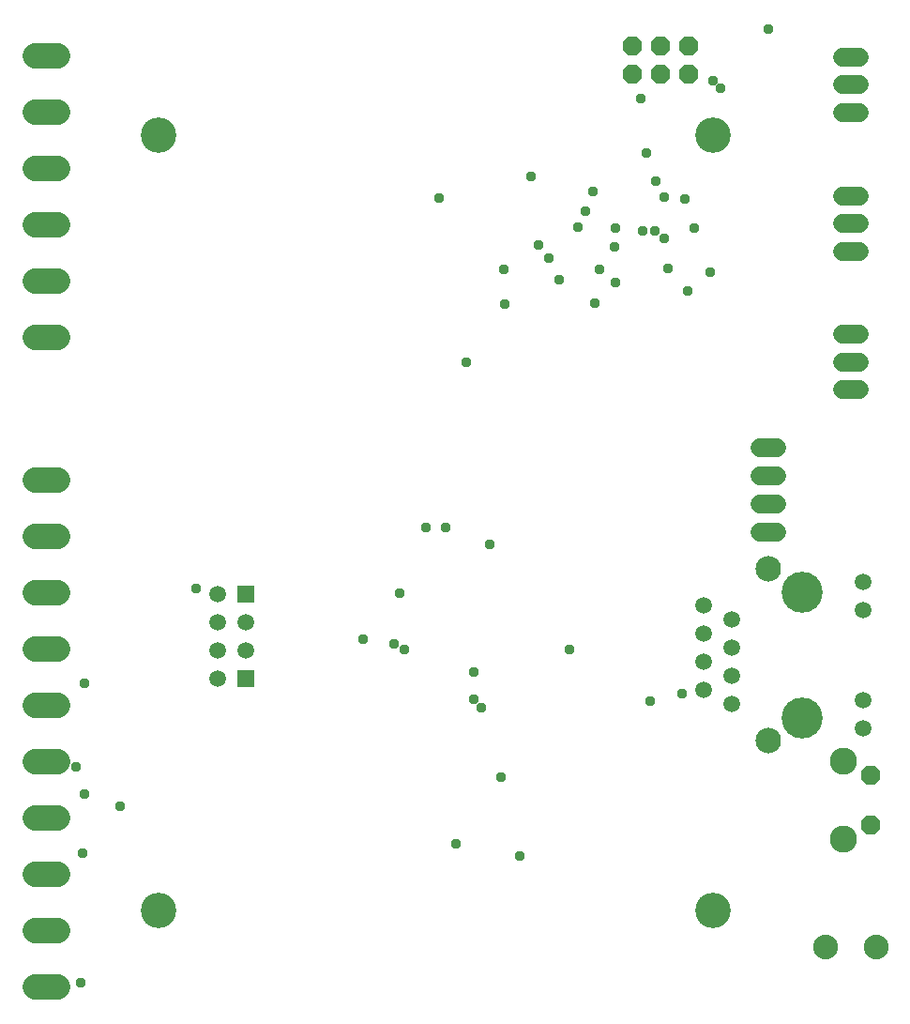
<source format=gbr>
G04 EAGLE Gerber RS-274X export*
G75*
%MOMM*%
%FSLAX34Y34*%
%LPD*%
%INSoldermask Bottom*%
%IPPOS*%
%AMOC8*
5,1,8,0,0,1.08239X$1,22.5*%
G01*
%ADD10C,3.203200*%
%ADD11C,2.235200*%
%ADD12R,1.511200X1.511200*%
%ADD13C,1.511200*%
%ADD14C,2.298700*%
%ADD15C,2.303200*%
%ADD16C,3.703200*%
%ADD17C,1.727200*%
%ADD18P,1.869504X8X112.500000*%
%ADD19C,2.451100*%
%ADD20P,1.852186X8X22.500000*%
%ADD21C,0.959600*%


D10*
X172500Y832500D03*
X672500Y832500D03*
X172500Y132500D03*
X672500Y132500D03*
D11*
X820000Y100000D03*
X774280Y100000D03*
D12*
X251125Y418250D03*
X251125Y342050D03*
D13*
X251125Y392850D03*
X251125Y367450D03*
X225725Y367450D03*
X225725Y392850D03*
X225725Y418250D03*
X225725Y342050D03*
D14*
X81278Y904500D02*
X60323Y904500D01*
X60323Y853700D02*
X81278Y853700D01*
X81278Y650500D02*
X60323Y650500D01*
X60323Y802900D02*
X81278Y802900D01*
X81278Y752100D02*
X60323Y752100D01*
X60323Y701300D02*
X81278Y701300D01*
D15*
X722700Y285750D03*
X722700Y440650D03*
D13*
X808400Y429450D03*
X808400Y404050D03*
X808400Y322350D03*
X808400Y296950D03*
X664300Y407600D03*
X664300Y382200D03*
X664300Y356800D03*
X664300Y331400D03*
X689700Y395000D03*
X689700Y369600D03*
X689700Y344200D03*
X689700Y318800D03*
D16*
X753000Y306200D03*
X753000Y420200D03*
D17*
X730120Y550600D02*
X714880Y550600D01*
X714880Y525200D02*
X730120Y525200D01*
X730120Y499800D02*
X714880Y499800D01*
X714880Y474400D02*
X730120Y474400D01*
D18*
X814946Y209894D03*
X814946Y255106D03*
D19*
X790054Y197448D03*
X790054Y267552D03*
D17*
X789880Y652500D02*
X805120Y652500D01*
X805120Y627500D02*
X789880Y627500D01*
X789880Y602500D02*
X805120Y602500D01*
X805120Y777500D02*
X789880Y777500D01*
X789880Y752500D02*
X805120Y752500D01*
X805120Y727500D02*
X789880Y727500D01*
X789880Y902500D02*
X805120Y902500D01*
X805120Y877500D02*
X789880Y877500D01*
X789880Y852500D02*
X805120Y852500D01*
D14*
X81278Y521100D02*
X60323Y521100D01*
X60323Y470300D02*
X81278Y470300D01*
X81278Y63900D02*
X60323Y63900D01*
X60323Y419500D02*
X81278Y419500D01*
X81278Y368700D02*
X60323Y368700D01*
X60323Y114700D02*
X81278Y114700D01*
X81278Y317900D02*
X60323Y317900D01*
X60323Y267100D02*
X81278Y267100D01*
X81278Y165500D02*
X60323Y165500D01*
X60323Y216300D02*
X81278Y216300D01*
D20*
X599600Y887300D03*
X599600Y912700D03*
X625000Y887300D03*
X625000Y912700D03*
X650400Y887300D03*
X650400Y912700D03*
D21*
X440856Y192875D03*
X498004Y181649D03*
X542906Y368401D03*
X393913Y368401D03*
X612300Y816400D03*
X431672Y478615D03*
X646997Y774560D03*
X515353Y732719D03*
X206141Y423508D03*
X570460Y711289D03*
X389831Y419426D03*
X524537Y721494D03*
X631690Y712309D03*
X566378Y680674D03*
X656182Y748027D03*
X425549Y775580D03*
X607198Y865384D03*
X481676Y253084D03*
X357175Y377585D03*
X583726Y731699D03*
X628628Y776601D03*
X413303Y478615D03*
X670469Y708227D03*
X384729Y373503D03*
X628628Y738842D03*
X564337Y781703D03*
X620464Y745986D03*
X97968Y262269D03*
X533722Y702104D03*
X105112Y337786D03*
X483717Y711289D03*
X722514Y927635D03*
X471471Y463307D03*
X457184Y347991D03*
X616382Y321458D03*
X457184Y323499D03*
X644956Y328601D03*
X463307Y315335D03*
X584747Y699043D03*
X621485Y790888D03*
X104091Y184711D03*
X450041Y627608D03*
X137768Y226551D03*
X484738Y679653D03*
X679653Y874569D03*
X105112Y237777D03*
X584747Y748027D03*
X102050Y67353D03*
X551070Y749047D03*
X650059Y691899D03*
X672510Y881712D03*
X508209Y794970D03*
X557193Y763334D03*
X609239Y745986D03*
M02*

</source>
